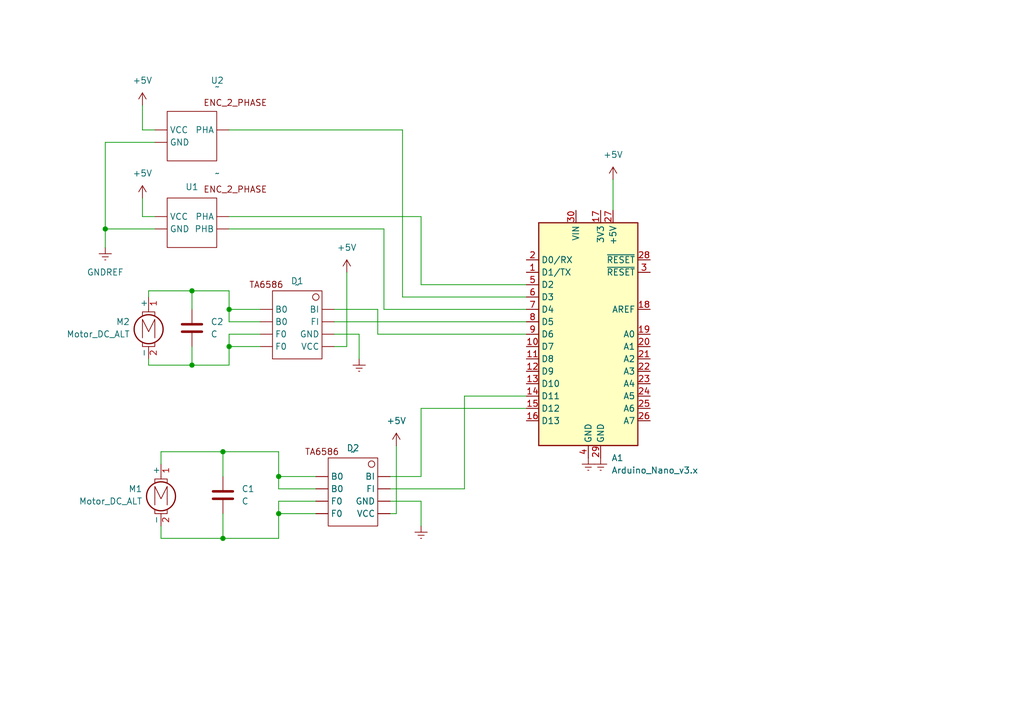
<source format=kicad_sch>
(kicad_sch
	(version 20231120)
	(generator "eeschema")
	(generator_version "8.0")
	(uuid "6c715ecb-b264-42af-899a-24a97616bc0b")
	(paper "A5")
	(title_block
		(title "Принципиальная схема устройства")
		(date "2025-02-02")
		(rev "1")
		(company "ГАОУ Школа №548")
		(comment 2 "Россихин Т.А.")
		(comment 3 "Бочарова Ю.В.")
	)
	(lib_symbols
		(symbol "Device:C"
			(pin_numbers hide)
			(pin_names
				(offset 0.254)
			)
			(exclude_from_sim no)
			(in_bom yes)
			(on_board yes)
			(property "Reference" "C"
				(at 0.635 2.54 0)
				(effects
					(font
						(size 1.27 1.27)
					)
					(justify left)
				)
			)
			(property "Value" "C"
				(at 0.635 -2.54 0)
				(effects
					(font
						(size 1.27 1.27)
					)
					(justify left)
				)
			)
			(property "Footprint" ""
				(at 0.9652 -3.81 0)
				(effects
					(font
						(size 1.27 1.27)
					)
					(hide yes)
				)
			)
			(property "Datasheet" "~"
				(at 0 0 0)
				(effects
					(font
						(size 1.27 1.27)
					)
					(hide yes)
				)
			)
			(property "Description" "Unpolarized capacitor"
				(at 0 0 0)
				(effects
					(font
						(size 1.27 1.27)
					)
					(hide yes)
				)
			)
			(property "ki_keywords" "cap capacitor"
				(at 0 0 0)
				(effects
					(font
						(size 1.27 1.27)
					)
					(hide yes)
				)
			)
			(property "ki_fp_filters" "C_*"
				(at 0 0 0)
				(effects
					(font
						(size 1.27 1.27)
					)
					(hide yes)
				)
			)
			(symbol "C_0_1"
				(polyline
					(pts
						(xy -2.032 -0.762) (xy 2.032 -0.762)
					)
					(stroke
						(width 0.508)
						(type default)
					)
					(fill
						(type none)
					)
				)
				(polyline
					(pts
						(xy -2.032 0.762) (xy 2.032 0.762)
					)
					(stroke
						(width 0.508)
						(type default)
					)
					(fill
						(type none)
					)
				)
			)
			(symbol "C_1_1"
				(pin passive line
					(at 0 3.81 270)
					(length 2.794)
					(name "~"
						(effects
							(font
								(size 1.27 1.27)
							)
						)
					)
					(number "1"
						(effects
							(font
								(size 1.27 1.27)
							)
						)
					)
				)
				(pin passive line
					(at 0 -3.81 90)
					(length 2.794)
					(name "~"
						(effects
							(font
								(size 1.27 1.27)
							)
						)
					)
					(number "2"
						(effects
							(font
								(size 1.27 1.27)
							)
						)
					)
				)
			)
		)
		(symbol "MCU_Module:Arduino_Nano_v3.x"
			(exclude_from_sim no)
			(in_bom yes)
			(on_board yes)
			(property "Reference" "A"
				(at -10.16 23.495 0)
				(effects
					(font
						(size 1.27 1.27)
					)
					(justify left bottom)
				)
			)
			(property "Value" "Arduino_Nano_v3.x"
				(at 5.08 -24.13 0)
				(effects
					(font
						(size 1.27 1.27)
					)
					(justify left top)
				)
			)
			(property "Footprint" "Module:Arduino_Nano"
				(at 0 0 0)
				(effects
					(font
						(size 1.27 1.27)
						(italic yes)
					)
					(hide yes)
				)
			)
			(property "Datasheet" "http://www.mouser.com/pdfdocs/Gravitech_Arduino_Nano3_0.pdf"
				(at 0 0 0)
				(effects
					(font
						(size 1.27 1.27)
					)
					(hide yes)
				)
			)
			(property "Description" "Arduino Nano v3.x"
				(at 0 0 0)
				(effects
					(font
						(size 1.27 1.27)
					)
					(hide yes)
				)
			)
			(property "ki_keywords" "Arduino nano microcontroller module USB"
				(at 0 0 0)
				(effects
					(font
						(size 1.27 1.27)
					)
					(hide yes)
				)
			)
			(property "ki_fp_filters" "Arduino*Nano*"
				(at 0 0 0)
				(effects
					(font
						(size 1.27 1.27)
					)
					(hide yes)
				)
			)
			(symbol "Arduino_Nano_v3.x_0_1"
				(rectangle
					(start -10.16 22.86)
					(end 10.16 -22.86)
					(stroke
						(width 0.254)
						(type default)
					)
					(fill
						(type background)
					)
				)
			)
			(symbol "Arduino_Nano_v3.x_1_1"
				(pin bidirectional line
					(at -12.7 12.7 0)
					(length 2.54)
					(name "D1/TX"
						(effects
							(font
								(size 1.27 1.27)
							)
						)
					)
					(number "1"
						(effects
							(font
								(size 1.27 1.27)
							)
						)
					)
				)
				(pin bidirectional line
					(at -12.7 -2.54 0)
					(length 2.54)
					(name "D7"
						(effects
							(font
								(size 1.27 1.27)
							)
						)
					)
					(number "10"
						(effects
							(font
								(size 1.27 1.27)
							)
						)
					)
				)
				(pin bidirectional line
					(at -12.7 -5.08 0)
					(length 2.54)
					(name "D8"
						(effects
							(font
								(size 1.27 1.27)
							)
						)
					)
					(number "11"
						(effects
							(font
								(size 1.27 1.27)
							)
						)
					)
				)
				(pin bidirectional line
					(at -12.7 -7.62 0)
					(length 2.54)
					(name "D9"
						(effects
							(font
								(size 1.27 1.27)
							)
						)
					)
					(number "12"
						(effects
							(font
								(size 1.27 1.27)
							)
						)
					)
				)
				(pin bidirectional line
					(at -12.7 -10.16 0)
					(length 2.54)
					(name "D10"
						(effects
							(font
								(size 1.27 1.27)
							)
						)
					)
					(number "13"
						(effects
							(font
								(size 1.27 1.27)
							)
						)
					)
				)
				(pin bidirectional line
					(at -12.7 -12.7 0)
					(length 2.54)
					(name "D11"
						(effects
							(font
								(size 1.27 1.27)
							)
						)
					)
					(number "14"
						(effects
							(font
								(size 1.27 1.27)
							)
						)
					)
				)
				(pin bidirectional line
					(at -12.7 -15.24 0)
					(length 2.54)
					(name "D12"
						(effects
							(font
								(size 1.27 1.27)
							)
						)
					)
					(number "15"
						(effects
							(font
								(size 1.27 1.27)
							)
						)
					)
				)
				(pin bidirectional line
					(at -12.7 -17.78 0)
					(length 2.54)
					(name "D13"
						(effects
							(font
								(size 1.27 1.27)
							)
						)
					)
					(number "16"
						(effects
							(font
								(size 1.27 1.27)
							)
						)
					)
				)
				(pin power_out line
					(at 2.54 25.4 270)
					(length 2.54)
					(name "3V3"
						(effects
							(font
								(size 1.27 1.27)
							)
						)
					)
					(number "17"
						(effects
							(font
								(size 1.27 1.27)
							)
						)
					)
				)
				(pin input line
					(at 12.7 5.08 180)
					(length 2.54)
					(name "AREF"
						(effects
							(font
								(size 1.27 1.27)
							)
						)
					)
					(number "18"
						(effects
							(font
								(size 1.27 1.27)
							)
						)
					)
				)
				(pin bidirectional line
					(at 12.7 0 180)
					(length 2.54)
					(name "A0"
						(effects
							(font
								(size 1.27 1.27)
							)
						)
					)
					(number "19"
						(effects
							(font
								(size 1.27 1.27)
							)
						)
					)
				)
				(pin bidirectional line
					(at -12.7 15.24 0)
					(length 2.54)
					(name "D0/RX"
						(effects
							(font
								(size 1.27 1.27)
							)
						)
					)
					(number "2"
						(effects
							(font
								(size 1.27 1.27)
							)
						)
					)
				)
				(pin bidirectional line
					(at 12.7 -2.54 180)
					(length 2.54)
					(name "A1"
						(effects
							(font
								(size 1.27 1.27)
							)
						)
					)
					(number "20"
						(effects
							(font
								(size 1.27 1.27)
							)
						)
					)
				)
				(pin bidirectional line
					(at 12.7 -5.08 180)
					(length 2.54)
					(name "A2"
						(effects
							(font
								(size 1.27 1.27)
							)
						)
					)
					(number "21"
						(effects
							(font
								(size 1.27 1.27)
							)
						)
					)
				)
				(pin bidirectional line
					(at 12.7 -7.62 180)
					(length 2.54)
					(name "A3"
						(effects
							(font
								(size 1.27 1.27)
							)
						)
					)
					(number "22"
						(effects
							(font
								(size 1.27 1.27)
							)
						)
					)
				)
				(pin bidirectional line
					(at 12.7 -10.16 180)
					(length 2.54)
					(name "A4"
						(effects
							(font
								(size 1.27 1.27)
							)
						)
					)
					(number "23"
						(effects
							(font
								(size 1.27 1.27)
							)
						)
					)
				)
				(pin bidirectional line
					(at 12.7 -12.7 180)
					(length 2.54)
					(name "A5"
						(effects
							(font
								(size 1.27 1.27)
							)
						)
					)
					(number "24"
						(effects
							(font
								(size 1.27 1.27)
							)
						)
					)
				)
				(pin bidirectional line
					(at 12.7 -15.24 180)
					(length 2.54)
					(name "A6"
						(effects
							(font
								(size 1.27 1.27)
							)
						)
					)
					(number "25"
						(effects
							(font
								(size 1.27 1.27)
							)
						)
					)
				)
				(pin bidirectional line
					(at 12.7 -17.78 180)
					(length 2.54)
					(name "A7"
						(effects
							(font
								(size 1.27 1.27)
							)
						)
					)
					(number "26"
						(effects
							(font
								(size 1.27 1.27)
							)
						)
					)
				)
				(pin power_out line
					(at 5.08 25.4 270)
					(length 2.54)
					(name "+5V"
						(effects
							(font
								(size 1.27 1.27)
							)
						)
					)
					(number "27"
						(effects
							(font
								(size 1.27 1.27)
							)
						)
					)
				)
				(pin input line
					(at 12.7 15.24 180)
					(length 2.54)
					(name "~{RESET}"
						(effects
							(font
								(size 1.27 1.27)
							)
						)
					)
					(number "28"
						(effects
							(font
								(size 1.27 1.27)
							)
						)
					)
				)
				(pin power_in line
					(at 2.54 -25.4 90)
					(length 2.54)
					(name "GND"
						(effects
							(font
								(size 1.27 1.27)
							)
						)
					)
					(number "29"
						(effects
							(font
								(size 1.27 1.27)
							)
						)
					)
				)
				(pin input line
					(at 12.7 12.7 180)
					(length 2.54)
					(name "~{RESET}"
						(effects
							(font
								(size 1.27 1.27)
							)
						)
					)
					(number "3"
						(effects
							(font
								(size 1.27 1.27)
							)
						)
					)
				)
				(pin power_in line
					(at -2.54 25.4 270)
					(length 2.54)
					(name "VIN"
						(effects
							(font
								(size 1.27 1.27)
							)
						)
					)
					(number "30"
						(effects
							(font
								(size 1.27 1.27)
							)
						)
					)
				)
				(pin power_in line
					(at 0 -25.4 90)
					(length 2.54)
					(name "GND"
						(effects
							(font
								(size 1.27 1.27)
							)
						)
					)
					(number "4"
						(effects
							(font
								(size 1.27 1.27)
							)
						)
					)
				)
				(pin bidirectional line
					(at -12.7 10.16 0)
					(length 2.54)
					(name "D2"
						(effects
							(font
								(size 1.27 1.27)
							)
						)
					)
					(number "5"
						(effects
							(font
								(size 1.27 1.27)
							)
						)
					)
				)
				(pin bidirectional line
					(at -12.7 7.62 0)
					(length 2.54)
					(name "D3"
						(effects
							(font
								(size 1.27 1.27)
							)
						)
					)
					(number "6"
						(effects
							(font
								(size 1.27 1.27)
							)
						)
					)
				)
				(pin bidirectional line
					(at -12.7 5.08 0)
					(length 2.54)
					(name "D4"
						(effects
							(font
								(size 1.27 1.27)
							)
						)
					)
					(number "7"
						(effects
							(font
								(size 1.27 1.27)
							)
						)
					)
				)
				(pin bidirectional line
					(at -12.7 2.54 0)
					(length 2.54)
					(name "D5"
						(effects
							(font
								(size 1.27 1.27)
							)
						)
					)
					(number "8"
						(effects
							(font
								(size 1.27 1.27)
							)
						)
					)
				)
				(pin bidirectional line
					(at -12.7 0 0)
					(length 2.54)
					(name "D6"
						(effects
							(font
								(size 1.27 1.27)
							)
						)
					)
					(number "9"
						(effects
							(font
								(size 1.27 1.27)
							)
						)
					)
				)
			)
		)
		(symbol "Motor:Motor_DC_ALT"
			(pin_names
				(offset 0)
			)
			(exclude_from_sim no)
			(in_bom yes)
			(on_board yes)
			(property "Reference" "M"
				(at 2.54 2.54 0)
				(effects
					(font
						(size 1.27 1.27)
					)
					(justify left)
				)
			)
			(property "Value" "Motor_DC_ALT"
				(at 2.54 -5.08 0)
				(effects
					(font
						(size 1.27 1.27)
					)
					(justify left top)
				)
			)
			(property "Footprint" ""
				(at 0 -2.286 0)
				(effects
					(font
						(size 1.27 1.27)
					)
					(hide yes)
				)
			)
			(property "Datasheet" "~"
				(at 0 -2.286 0)
				(effects
					(font
						(size 1.27 1.27)
					)
					(hide yes)
				)
			)
			(property "Description" "DC Motor, alternative symbol"
				(at 0 0 0)
				(effects
					(font
						(size 1.27 1.27)
					)
					(hide yes)
				)
			)
			(property "ki_keywords" "DC Motor"
				(at 0 0 0)
				(effects
					(font
						(size 1.27 1.27)
					)
					(hide yes)
				)
			)
			(property "ki_fp_filters" "PinHeader*P2.54mm* TerminalBlock*"
				(at 0 0 0)
				(effects
					(font
						(size 1.27 1.27)
					)
					(hide yes)
				)
			)
			(symbol "Motor_DC_ALT_0_0"
				(circle
					(center 0 -1.524)
					(radius 2.9718)
					(stroke
						(width 0.254)
						(type default)
					)
					(fill
						(type none)
					)
				)
				(polyline
					(pts
						(xy -1.27 -4.318) (xy -1.27 -5.08) (xy 1.27 -5.08) (xy 1.27 -4.318)
					)
					(stroke
						(width 0)
						(type default)
					)
					(fill
						(type none)
					)
				)
				(polyline
					(pts
						(xy -1.27 1.27) (xy -1.27 2.032) (xy 1.27 2.032) (xy 1.27 1.27)
					)
					(stroke
						(width 0)
						(type default)
					)
					(fill
						(type none)
					)
				)
				(polyline
					(pts
						(xy -1.27 -3.302) (xy -1.27 0.508) (xy 0 -2.032) (xy 1.27 0.508) (xy 1.27 -3.302)
					)
					(stroke
						(width 0)
						(type default)
					)
					(fill
						(type none)
					)
				)
			)
			(symbol "Motor_DC_ALT_0_1"
				(polyline
					(pts
						(xy 0 2.032) (xy 0 2.54)
					)
					(stroke
						(width 0)
						(type default)
					)
					(fill
						(type none)
					)
				)
			)
			(symbol "Motor_DC_ALT_1_1"
				(pin passive line
					(at 0 5.08 270)
					(length 2.54)
					(name "+"
						(effects
							(font
								(size 1.27 1.27)
							)
						)
					)
					(number "1"
						(effects
							(font
								(size 1.27 1.27)
							)
						)
					)
				)
				(pin passive line
					(at 0 -7.62 90)
					(length 2.54)
					(name "-"
						(effects
							(font
								(size 1.27 1.27)
							)
						)
					)
					(number "2"
						(effects
							(font
								(size 1.27 1.27)
							)
						)
					)
				)
			)
		)
		(symbol "my_library_symbols:encoder_1_phase"
			(exclude_from_sim no)
			(in_bom yes)
			(on_board yes)
			(property "Reference" "U"
				(at 0 8.128 0)
				(effects
					(font
						(size 1.27 1.27)
					)
				)
			)
			(property "Value" ""
				(at 0 8.128 0)
				(effects
					(font
						(size 1.27 1.27)
					)
				)
			)
			(property "Footprint" ""
				(at 0 8.128 0)
				(effects
					(font
						(size 1.27 1.27)
					)
					(hide yes)
				)
			)
			(property "Datasheet" ""
				(at 0 8.128 0)
				(effects
					(font
						(size 1.27 1.27)
					)
					(hide yes)
				)
			)
			(property "Description" ""
				(at 0 8.128 0)
				(effects
					(font
						(size 1.27 1.27)
					)
					(hide yes)
				)
			)
			(symbol "encoder_1_phase_0_1"
				(rectangle
					(start -5.08 6.35)
					(end 5.08 -3.81)
					(stroke
						(width 0)
						(type default)
					)
					(fill
						(type none)
					)
				)
			)
			(symbol "encoder_1_phase_1_1"
				(text "ENC_2_PHASE"
					(at 8.89 8.128 0)
					(effects
						(font
							(size 1.27 1.27)
						)
					)
				)
				(pin input line
					(at -7.62 0 0)
					(length 2.54)
					(name "GND"
						(effects
							(font
								(size 1.27 1.27)
							)
						)
					)
					(number ""
						(effects
							(font
								(size 1.27 1.27)
							)
						)
					)
				)
				(pin output line
					(at 7.62 2.54 180)
					(length 2.54)
					(name "PHA"
						(effects
							(font
								(size 1.27 1.27)
							)
						)
					)
					(number ""
						(effects
							(font
								(size 1.27 1.27)
							)
						)
					)
				)
				(pin input line
					(at -7.62 2.54 0)
					(length 2.54)
					(name "VCC"
						(effects
							(font
								(size 1.27 1.27)
							)
						)
					)
					(number ""
						(effects
							(font
								(size 1.27 1.27)
							)
						)
					)
				)
			)
		)
		(symbol "my_library_symbols:encoder_2_phase"
			(exclude_from_sim no)
			(in_bom yes)
			(on_board yes)
			(property "Reference" "U"
				(at 0 6.858 0)
				(effects
					(font
						(size 1.27 1.27)
					)
				)
			)
			(property "Value" ""
				(at 0 6.858 0)
				(effects
					(font
						(size 1.27 1.27)
					)
				)
			)
			(property "Footprint" ""
				(at 0 6.858 0)
				(effects
					(font
						(size 1.27 1.27)
					)
					(hide yes)
				)
			)
			(property "Datasheet" ""
				(at 0 6.858 0)
				(effects
					(font
						(size 1.27 1.27)
					)
					(hide yes)
				)
			)
			(property "Description" ""
				(at 0 6.858 0)
				(effects
					(font
						(size 1.27 1.27)
					)
					(hide yes)
				)
			)
			(symbol "encoder_2_phase_0_1"
				(rectangle
					(start -5.08 5.08)
					(end 5.08 -5.08)
					(stroke
						(width 0)
						(type default)
					)
					(fill
						(type none)
					)
				)
			)
			(symbol "encoder_2_phase_1_1"
				(text "ENC_2_PHASE"
					(at 8.89 6.858 0)
					(effects
						(font
							(size 1.27 1.27)
						)
					)
				)
				(pin input line
					(at -7.62 -1.27 0)
					(length 2.54)
					(name "GND"
						(effects
							(font
								(size 1.27 1.27)
							)
						)
					)
					(number ""
						(effects
							(font
								(size 1.27 1.27)
							)
						)
					)
				)
				(pin output line
					(at 7.62 1.27 180)
					(length 2.54)
					(name "PHA"
						(effects
							(font
								(size 1.27 1.27)
							)
						)
					)
					(number ""
						(effects
							(font
								(size 1.27 1.27)
							)
						)
					)
				)
				(pin output line
					(at 7.62 -1.27 180)
					(length 2.54)
					(name "PHB"
						(effects
							(font
								(size 1.27 1.27)
							)
						)
					)
					(number ""
						(effects
							(font
								(size 1.27 1.27)
							)
						)
					)
				)
				(pin input line
					(at -7.62 1.27 0)
					(length 2.54)
					(name "VCC"
						(effects
							(font
								(size 1.27 1.27)
							)
						)
					)
					(number ""
						(effects
							(font
								(size 1.27 1.27)
							)
						)
					)
				)
			)
		)
		(symbol "my_library_symbols:ta6586"
			(exclude_from_sim no)
			(in_bom yes)
			(on_board yes)
			(property "Reference" "D"
				(at 0 8.89 0)
				(effects
					(font
						(size 1.27 1.27)
					)
				)
			)
			(property "Value" ""
				(at 0 8.89 0)
				(effects
					(font
						(size 1.27 1.27)
					)
				)
			)
			(property "Footprint" ""
				(at 0 8.89 0)
				(effects
					(font
						(size 1.27 1.27)
					)
					(hide yes)
				)
			)
			(property "Datasheet" ""
				(at 0 8.89 0)
				(effects
					(font
						(size 1.27 1.27)
					)
					(hide yes)
				)
			)
			(property "Description" ""
				(at 0 8.89 0)
				(effects
					(font
						(size 1.27 1.27)
					)
					(hide yes)
				)
			)
			(symbol "ta6586_0_1"
				(rectangle
					(start -5.08 7.62)
					(end 5.08 -6.35)
					(stroke
						(width 0)
						(type default)
					)
					(fill
						(type none)
					)
				)
				(circle
					(center -3.81 6.35)
					(radius 0.6638)
					(stroke
						(width 0)
						(type default)
					)
					(fill
						(type none)
					)
				)
			)
			(symbol "ta6586_1_1"
				(text "TA6586"
					(at 6.35 8.89 0)
					(effects
						(font
							(size 1.27 1.27)
						)
					)
				)
				(pin output line
					(at 7.62 1.27 180)
					(length 2.54)
					(name "B0"
						(effects
							(font
								(size 1.27 1.27)
							)
						)
					)
					(number ""
						(effects
							(font
								(size 1.27 1.27)
							)
						)
					)
				)
				(pin output line
					(at 7.62 3.81 180)
					(length 2.54)
					(name "B0"
						(effects
							(font
								(size 1.27 1.27)
							)
						)
					)
					(number ""
						(effects
							(font
								(size 1.27 1.27)
							)
						)
					)
				)
				(pin input line
					(at -7.62 3.81 0)
					(length 2.54)
					(name "BI"
						(effects
							(font
								(size 1.27 1.27)
							)
						)
					)
					(number ""
						(effects
							(font
								(size 1.27 1.27)
							)
						)
					)
				)
				(pin output line
					(at 7.62 -3.81 180)
					(length 2.54)
					(name "F0"
						(effects
							(font
								(size 1.27 1.27)
							)
						)
					)
					(number ""
						(effects
							(font
								(size 1.27 1.27)
							)
						)
					)
				)
				(pin output line
					(at 7.62 -1.27 180)
					(length 2.54)
					(name "F0"
						(effects
							(font
								(size 1.27 1.27)
							)
						)
					)
					(number ""
						(effects
							(font
								(size 1.27 1.27)
							)
						)
					)
				)
				(pin input line
					(at -7.62 1.27 0)
					(length 2.54)
					(name "FI"
						(effects
							(font
								(size 1.27 1.27)
							)
						)
					)
					(number ""
						(effects
							(font
								(size 1.27 1.27)
							)
						)
					)
				)
				(pin input line
					(at -7.62 -1.27 0)
					(length 2.54)
					(name "GND"
						(effects
							(font
								(size 1.27 1.27)
							)
						)
					)
					(number ""
						(effects
							(font
								(size 1.27 1.27)
							)
						)
					)
				)
				(pin input line
					(at -7.62 -3.81 0)
					(length 2.54)
					(name "VCC"
						(effects
							(font
								(size 1.27 1.27)
							)
						)
					)
					(number ""
						(effects
							(font
								(size 1.27 1.27)
							)
						)
					)
				)
			)
		)
		(symbol "power:+5V"
			(power)
			(pin_numbers hide)
			(pin_names
				(offset 0) hide)
			(exclude_from_sim no)
			(in_bom yes)
			(on_board yes)
			(property "Reference" "#PWR"
				(at 0 -3.81 0)
				(effects
					(font
						(size 1.27 1.27)
					)
					(hide yes)
				)
			)
			(property "Value" "+5V"
				(at 0 3.556 0)
				(effects
					(font
						(size 1.27 1.27)
					)
				)
			)
			(property "Footprint" ""
				(at 0 0 0)
				(effects
					(font
						(size 1.27 1.27)
					)
					(hide yes)
				)
			)
			(property "Datasheet" ""
				(at 0 0 0)
				(effects
					(font
						(size 1.27 1.27)
					)
					(hide yes)
				)
			)
			(property "Description" "Power symbol creates a global label with name \"+5V\""
				(at 0 0 0)
				(effects
					(font
						(size 1.27 1.27)
					)
					(hide yes)
				)
			)
			(property "ki_keywords" "global power"
				(at 0 0 0)
				(effects
					(font
						(size 1.27 1.27)
					)
					(hide yes)
				)
			)
			(symbol "+5V_0_1"
				(polyline
					(pts
						(xy -0.762 1.27) (xy 0 2.54)
					)
					(stroke
						(width 0)
						(type default)
					)
					(fill
						(type none)
					)
				)
				(polyline
					(pts
						(xy 0 0) (xy 0 2.54)
					)
					(stroke
						(width 0)
						(type default)
					)
					(fill
						(type none)
					)
				)
				(polyline
					(pts
						(xy 0 2.54) (xy 0.762 1.27)
					)
					(stroke
						(width 0)
						(type default)
					)
					(fill
						(type none)
					)
				)
			)
			(symbol "+5V_1_1"
				(pin power_in line
					(at 0 0 90)
					(length 0)
					(name "~"
						(effects
							(font
								(size 1.27 1.27)
							)
						)
					)
					(number "1"
						(effects
							(font
								(size 1.27 1.27)
							)
						)
					)
				)
			)
		)
		(symbol "power:GNDREF"
			(power)
			(pin_numbers hide)
			(pin_names
				(offset 0) hide)
			(exclude_from_sim no)
			(in_bom yes)
			(on_board yes)
			(property "Reference" "#PWR"
				(at 0 -6.35 0)
				(effects
					(font
						(size 1.27 1.27)
					)
					(hide yes)
				)
			)
			(property "Value" "GNDREF"
				(at 0 -3.81 0)
				(effects
					(font
						(size 1.27 1.27)
					)
				)
			)
			(property "Footprint" ""
				(at 0 0 0)
				(effects
					(font
						(size 1.27 1.27)
					)
					(hide yes)
				)
			)
			(property "Datasheet" ""
				(at 0 0 0)
				(effects
					(font
						(size 1.27 1.27)
					)
					(hide yes)
				)
			)
			(property "Description" "Power symbol creates a global label with name \"GNDREF\" , reference supply ground"
				(at 0 0 0)
				(effects
					(font
						(size 1.27 1.27)
					)
					(hide yes)
				)
			)
			(property "ki_keywords" "global power"
				(at 0 0 0)
				(effects
					(font
						(size 1.27 1.27)
					)
					(hide yes)
				)
			)
			(symbol "GNDREF_0_1"
				(polyline
					(pts
						(xy -0.635 -1.905) (xy 0.635 -1.905)
					)
					(stroke
						(width 0)
						(type default)
					)
					(fill
						(type none)
					)
				)
				(polyline
					(pts
						(xy -0.127 -2.54) (xy 0.127 -2.54)
					)
					(stroke
						(width 0)
						(type default)
					)
					(fill
						(type none)
					)
				)
				(polyline
					(pts
						(xy 0 -1.27) (xy 0 0)
					)
					(stroke
						(width 0)
						(type default)
					)
					(fill
						(type none)
					)
				)
				(polyline
					(pts
						(xy 1.27 -1.27) (xy -1.27 -1.27)
					)
					(stroke
						(width 0)
						(type default)
					)
					(fill
						(type none)
					)
				)
			)
			(symbol "GNDREF_1_1"
				(pin power_in line
					(at 0 0 270)
					(length 0)
					(name "~"
						(effects
							(font
								(size 1.27 1.27)
							)
						)
					)
					(number "1"
						(effects
							(font
								(size 1.27 1.27)
							)
						)
					)
				)
			)
		)
	)
	(junction
		(at 57.15 97.79)
		(diameter 0)
		(color 0 0 0 0)
		(uuid "526d2949-f942-45f3-8cdd-b088ba57004c")
	)
	(junction
		(at 39.37 74.93)
		(diameter 0)
		(color 0 0 0 0)
		(uuid "634e19eb-6c16-466e-ae7e-1363cded93d2")
	)
	(junction
		(at 46.99 71.12)
		(diameter 0)
		(color 0 0 0 0)
		(uuid "647ec401-1060-409a-a487-8675beba1857")
	)
	(junction
		(at 46.99 63.5)
		(diameter 0)
		(color 0 0 0 0)
		(uuid "80c341e1-5f8a-4302-ba34-69364bfcb8d6")
	)
	(junction
		(at 21.59 46.99)
		(diameter 0)
		(color 0 0 0 0)
		(uuid "9cf0de26-cad2-4f23-a8cb-6c2de627943d")
	)
	(junction
		(at 45.72 110.49)
		(diameter 0)
		(color 0 0 0 0)
		(uuid "a7cf1691-0496-42fa-9657-3795e19f626a")
	)
	(junction
		(at 57.15 105.41)
		(diameter 0)
		(color 0 0 0 0)
		(uuid "bf889047-0f82-42a8-81c0-35a77c091c08")
	)
	(junction
		(at 45.72 92.71)
		(diameter 0)
		(color 0 0 0 0)
		(uuid "ccfa8e05-5be6-458b-a0a2-53598bfbfbe1")
	)
	(junction
		(at 39.37 59.69)
		(diameter 0)
		(color 0 0 0 0)
		(uuid "f60537b3-43b8-4d7c-b3a3-9aaefba80c51")
	)
	(wire
		(pts
			(xy 39.37 74.93) (xy 46.99 74.93)
		)
		(stroke
			(width 0)
			(type default)
		)
		(uuid "055a2e32-6856-48da-93c9-6ad73c14800f")
	)
	(wire
		(pts
			(xy 81.28 91.44) (xy 81.28 105.41)
		)
		(stroke
			(width 0)
			(type default)
		)
		(uuid "0c73454e-5be5-403c-aa45-f3f467f4892a")
	)
	(wire
		(pts
			(xy 45.72 92.71) (xy 33.02 92.71)
		)
		(stroke
			(width 0)
			(type default)
		)
		(uuid "0d3b2ac2-91c3-49ef-b13d-fa6ffc395852")
	)
	(wire
		(pts
			(xy 30.48 74.93) (xy 30.48 73.66)
		)
		(stroke
			(width 0)
			(type default)
		)
		(uuid "0d4546c1-c762-4bde-975a-ac4ff2821993")
	)
	(wire
		(pts
			(xy 21.59 29.21) (xy 21.59 46.99)
		)
		(stroke
			(width 0)
			(type default)
		)
		(uuid "0edfc7cf-4201-4474-9772-19d723c8a738")
	)
	(wire
		(pts
			(xy 45.72 110.49) (xy 33.02 110.49)
		)
		(stroke
			(width 0)
			(type default)
		)
		(uuid "144d7e00-ab1d-40ec-be60-cf9b287a4835")
	)
	(wire
		(pts
			(xy 30.48 59.69) (xy 30.48 60.96)
		)
		(stroke
			(width 0)
			(type default)
		)
		(uuid "18c8738b-8eb6-4dba-a331-88d698fe847a")
	)
	(wire
		(pts
			(xy 45.72 105.41) (xy 45.72 110.49)
		)
		(stroke
			(width 0)
			(type default)
		)
		(uuid "196a9d5b-4c3a-4077-9158-d1511647a3e0")
	)
	(wire
		(pts
			(xy 80.01 100.33) (xy 95.25 100.33)
		)
		(stroke
			(width 0)
			(type default)
		)
		(uuid "1dcd9779-3851-47ab-9bf1-9600c062472c")
	)
	(wire
		(pts
			(xy 71.12 55.88) (xy 71.12 71.12)
		)
		(stroke
			(width 0)
			(type default)
		)
		(uuid "21e7313a-2293-4ec6-a723-ed163fb7cfd9")
	)
	(wire
		(pts
			(xy 78.74 46.99) (xy 46.99 46.99)
		)
		(stroke
			(width 0)
			(type default)
		)
		(uuid "23081341-80f5-4b1c-b617-cdec275a72ab")
	)
	(wire
		(pts
			(xy 46.99 74.93) (xy 46.99 71.12)
		)
		(stroke
			(width 0)
			(type default)
		)
		(uuid "26b6dbcb-9d85-4be2-9e68-23056ebd0047")
	)
	(wire
		(pts
			(xy 39.37 71.12) (xy 39.37 74.93)
		)
		(stroke
			(width 0)
			(type default)
		)
		(uuid "285df897-cc5b-4090-910a-805b6a6c6265")
	)
	(wire
		(pts
			(xy 31.75 29.21) (xy 21.59 29.21)
		)
		(stroke
			(width 0)
			(type default)
		)
		(uuid "28762245-206f-4e17-8172-97f6605d561b")
	)
	(wire
		(pts
			(xy 46.99 68.58) (xy 46.99 71.12)
		)
		(stroke
			(width 0)
			(type default)
		)
		(uuid "2d35d520-7b06-4c08-ab27-73f9ffd0a89e")
	)
	(wire
		(pts
			(xy 107.95 63.5) (xy 78.74 63.5)
		)
		(stroke
			(width 0)
			(type default)
		)
		(uuid "301d72d4-52b5-40ac-899f-8f1771a90c13")
	)
	(wire
		(pts
			(xy 68.58 68.58) (xy 73.66 68.58)
		)
		(stroke
			(width 0)
			(type default)
		)
		(uuid "340929ad-4916-486d-a0ed-4672cefc3f0d")
	)
	(wire
		(pts
			(xy 95.25 100.33) (xy 95.25 81.28)
		)
		(stroke
			(width 0)
			(type default)
		)
		(uuid "3807eb40-6158-4dea-bf39-0990b35633af")
	)
	(wire
		(pts
			(xy 53.34 63.5) (xy 46.99 63.5)
		)
		(stroke
			(width 0)
			(type default)
		)
		(uuid "3aa1dfc1-db65-4e39-9df6-d197a46cb534")
	)
	(wire
		(pts
			(xy 68.58 63.5) (xy 77.47 63.5)
		)
		(stroke
			(width 0)
			(type default)
		)
		(uuid "3b4fe905-6f9d-4b9d-97f8-037ab64b3b22")
	)
	(wire
		(pts
			(xy 46.99 44.45) (xy 86.36 44.45)
		)
		(stroke
			(width 0)
			(type default)
		)
		(uuid "3ce4c7b3-b6d1-4bcc-8539-f39f434b45cf")
	)
	(wire
		(pts
			(xy 86.36 44.45) (xy 86.36 58.42)
		)
		(stroke
			(width 0)
			(type default)
		)
		(uuid "3ec99cf4-d30a-42f6-9977-c8904fb313fa")
	)
	(wire
		(pts
			(xy 29.21 26.67) (xy 31.75 26.67)
		)
		(stroke
			(width 0)
			(type default)
		)
		(uuid "42b52b23-9867-4889-8c48-85dcac0dcfee")
	)
	(wire
		(pts
			(xy 29.21 44.45) (xy 31.75 44.45)
		)
		(stroke
			(width 0)
			(type default)
		)
		(uuid "46bde277-d047-4793-945d-ea06493d7698")
	)
	(wire
		(pts
			(xy 57.15 102.87) (xy 57.15 105.41)
		)
		(stroke
			(width 0)
			(type default)
		)
		(uuid "48616d5a-4ebb-4562-a37f-c7268ac60a80")
	)
	(wire
		(pts
			(xy 57.15 110.49) (xy 45.72 110.49)
		)
		(stroke
			(width 0)
			(type default)
		)
		(uuid "5ea5902e-d69c-48f9-9991-c0027552f9fb")
	)
	(wire
		(pts
			(xy 64.77 102.87) (xy 57.15 102.87)
		)
		(stroke
			(width 0)
			(type default)
		)
		(uuid "5eab174d-1087-43c3-a281-d35884879c2b")
	)
	(wire
		(pts
			(xy 53.34 66.04) (xy 46.99 66.04)
		)
		(stroke
			(width 0)
			(type default)
		)
		(uuid "62356e98-5066-4b95-9b4a-5b28dede0e7a")
	)
	(wire
		(pts
			(xy 77.47 63.5) (xy 77.47 68.58)
		)
		(stroke
			(width 0)
			(type default)
		)
		(uuid "64b2fe10-2c54-4497-b769-338660d7c96e")
	)
	(wire
		(pts
			(xy 81.28 105.41) (xy 80.01 105.41)
		)
		(stroke
			(width 0)
			(type default)
		)
		(uuid "6634eaf0-72c2-462c-a136-883d2fa9a77c")
	)
	(wire
		(pts
			(xy 53.34 68.58) (xy 46.99 68.58)
		)
		(stroke
			(width 0)
			(type default)
		)
		(uuid "6bdfa174-22df-4995-a9c2-f4a365b94835")
	)
	(wire
		(pts
			(xy 30.48 59.69) (xy 39.37 59.69)
		)
		(stroke
			(width 0)
			(type default)
		)
		(uuid "6e0d3e05-f625-44a9-bd21-1df8527c8fa8")
	)
	(wire
		(pts
			(xy 57.15 105.41) (xy 57.15 110.49)
		)
		(stroke
			(width 0)
			(type default)
		)
		(uuid "6e45c509-189d-4830-b52d-b91be6e34292")
	)
	(wire
		(pts
			(xy 86.36 83.82) (xy 107.95 83.82)
		)
		(stroke
			(width 0)
			(type default)
		)
		(uuid "7300d0d4-aebc-4457-b654-29af07111678")
	)
	(wire
		(pts
			(xy 64.77 97.79) (xy 57.15 97.79)
		)
		(stroke
			(width 0)
			(type default)
		)
		(uuid "73b1560d-c194-46e7-b8a0-cc2f818ddb4b")
	)
	(wire
		(pts
			(xy 80.01 102.87) (xy 86.36 102.87)
		)
		(stroke
			(width 0)
			(type default)
		)
		(uuid "747dc790-4d55-4573-87c9-30670e50d80b")
	)
	(wire
		(pts
			(xy 21.59 46.99) (xy 21.59 50.8)
		)
		(stroke
			(width 0)
			(type default)
		)
		(uuid "7a5af748-8911-47a4-b6e1-078b1dff1ba3")
	)
	(wire
		(pts
			(xy 125.73 36.83) (xy 125.73 43.18)
		)
		(stroke
			(width 0)
			(type default)
		)
		(uuid "82327a86-661b-48d1-93c5-e40748ec32eb")
	)
	(wire
		(pts
			(xy 29.21 21.59) (xy 29.21 26.67)
		)
		(stroke
			(width 0)
			(type default)
		)
		(uuid "8809a410-a541-4b37-8109-feafb324e0c6")
	)
	(wire
		(pts
			(xy 77.47 68.58) (xy 107.95 68.58)
		)
		(stroke
			(width 0)
			(type default)
		)
		(uuid "8a5a6f5a-8ccd-46da-b129-44e27afa965b")
	)
	(wire
		(pts
			(xy 33.02 92.71) (xy 33.02 95.25)
		)
		(stroke
			(width 0)
			(type default)
		)
		(uuid "8d37ec56-5238-4573-8162-69887e9c3e15")
	)
	(wire
		(pts
			(xy 57.15 92.71) (xy 45.72 92.71)
		)
		(stroke
			(width 0)
			(type default)
		)
		(uuid "8e39f53a-15c2-451c-baa5-015b86c5730c")
	)
	(wire
		(pts
			(xy 45.72 92.71) (xy 45.72 97.79)
		)
		(stroke
			(width 0)
			(type default)
		)
		(uuid "8efd8438-19da-4b61-aadb-fa82ad040adb")
	)
	(wire
		(pts
			(xy 46.99 26.67) (xy 82.55 26.67)
		)
		(stroke
			(width 0)
			(type default)
		)
		(uuid "8f1589fc-73f0-441b-872e-0ea0b28a46f0")
	)
	(wire
		(pts
			(xy 46.99 71.12) (xy 53.34 71.12)
		)
		(stroke
			(width 0)
			(type default)
		)
		(uuid "927fc0b0-d1b5-4396-b3d1-9c398a620991")
	)
	(wire
		(pts
			(xy 64.77 100.33) (xy 57.15 100.33)
		)
		(stroke
			(width 0)
			(type default)
		)
		(uuid "9825e9e5-f687-4a09-8eb8-687e37a07b0b")
	)
	(wire
		(pts
			(xy 86.36 58.42) (xy 107.95 58.42)
		)
		(stroke
			(width 0)
			(type default)
		)
		(uuid "9a5b3e98-e055-42a4-9a99-22adda3fe453")
	)
	(wire
		(pts
			(xy 64.77 105.41) (xy 57.15 105.41)
		)
		(stroke
			(width 0)
			(type default)
		)
		(uuid "ad899286-34a7-4f44-a1c4-14627322a3bb")
	)
	(wire
		(pts
			(xy 33.02 110.49) (xy 33.02 107.95)
		)
		(stroke
			(width 0)
			(type default)
		)
		(uuid "b470df94-d6e8-48ae-ac7f-5353586f620b")
	)
	(wire
		(pts
			(xy 86.36 97.79) (xy 86.36 83.82)
		)
		(stroke
			(width 0)
			(type default)
		)
		(uuid "b54f1081-605d-4cee-97d1-f4b351c09db5")
	)
	(wire
		(pts
			(xy 71.12 71.12) (xy 68.58 71.12)
		)
		(stroke
			(width 0)
			(type default)
		)
		(uuid "b69bf59d-b722-4651-88d0-6b2611f2fd3c")
	)
	(wire
		(pts
			(xy 46.99 59.69) (xy 39.37 59.69)
		)
		(stroke
			(width 0)
			(type default)
		)
		(uuid "b94036cb-52e0-46ae-ae74-e9854a10c6b0")
	)
	(wire
		(pts
			(xy 39.37 59.69) (xy 39.37 63.5)
		)
		(stroke
			(width 0)
			(type default)
		)
		(uuid "bd29985d-4f03-42d6-9953-23c02a1ce981")
	)
	(wire
		(pts
			(xy 46.99 63.5) (xy 46.99 59.69)
		)
		(stroke
			(width 0)
			(type default)
		)
		(uuid "bd6a8c73-ab5d-44a5-9331-91301361f17f")
	)
	(wire
		(pts
			(xy 82.55 60.96) (xy 107.95 60.96)
		)
		(stroke
			(width 0)
			(type default)
		)
		(uuid "be2485c9-a8e7-4e74-b39d-c0e02edc6d2d")
	)
	(wire
		(pts
			(xy 57.15 97.79) (xy 57.15 92.71)
		)
		(stroke
			(width 0)
			(type default)
		)
		(uuid "c88895d7-e5bc-44f0-ad65-06826cdda25d")
	)
	(wire
		(pts
			(xy 82.55 26.67) (xy 82.55 60.96)
		)
		(stroke
			(width 0)
			(type default)
		)
		(uuid "d04cf29c-534e-4840-bcb4-35b56b2d481e")
	)
	(wire
		(pts
			(xy 78.74 63.5) (xy 78.74 46.99)
		)
		(stroke
			(width 0)
			(type default)
		)
		(uuid "d0bfa7fb-d131-40bd-8f12-3414c46c7cbd")
	)
	(wire
		(pts
			(xy 95.25 81.28) (xy 107.95 81.28)
		)
		(stroke
			(width 0)
			(type default)
		)
		(uuid "d397c0db-05a7-4f76-a803-3e71bdc8ea69")
	)
	(wire
		(pts
			(xy 80.01 97.79) (xy 86.36 97.79)
		)
		(stroke
			(width 0)
			(type default)
		)
		(uuid "d470d9be-9cfa-4e1b-8884-431815abcebc")
	)
	(wire
		(pts
			(xy 30.48 74.93) (xy 39.37 74.93)
		)
		(stroke
			(width 0)
			(type default)
		)
		(uuid "d5238d59-c0e3-4957-86e1-614a9672e291")
	)
	(wire
		(pts
			(xy 73.66 68.58) (xy 73.66 73.66)
		)
		(stroke
			(width 0)
			(type default)
		)
		(uuid "d7a7011e-13d9-4d91-b655-77c6faf843d7")
	)
	(wire
		(pts
			(xy 31.75 46.99) (xy 21.59 46.99)
		)
		(stroke
			(width 0)
			(type default)
		)
		(uuid "d88df17e-c13c-49c2-969f-73fc4c18c673")
	)
	(wire
		(pts
			(xy 86.36 102.87) (xy 86.36 107.95)
		)
		(stroke
			(width 0)
			(type default)
		)
		(uuid "dd454f26-a2d1-47e4-975f-2185756d57a8")
	)
	(wire
		(pts
			(xy 29.21 40.64) (xy 29.21 44.45)
		)
		(stroke
			(width 0)
			(type default)
		)
		(uuid "e3ec0570-17b0-47c1-8996-aa98f8fcf1e5")
	)
	(wire
		(pts
			(xy 46.99 66.04) (xy 46.99 63.5)
		)
		(stroke
			(width 0)
			(type default)
		)
		(uuid "e41a6a69-9a9f-4e6f-8475-277bd2b9dd71")
	)
	(wire
		(pts
			(xy 57.15 100.33) (xy 57.15 97.79)
		)
		(stroke
			(width 0)
			(type default)
		)
		(uuid "e4b09035-c0cd-40ed-8c28-c145d2f971ed")
	)
	(wire
		(pts
			(xy 68.58 66.04) (xy 107.95 66.04)
		)
		(stroke
			(width 0)
			(type default)
		)
		(uuid "fb014d3d-1d6b-4498-a8c9-3d9bbde99186")
	)
	(symbol
		(lib_id "power:+5V")
		(at 71.12 55.88 0)
		(unit 1)
		(exclude_from_sim no)
		(in_bom yes)
		(on_board yes)
		(dnp no)
		(fields_autoplaced yes)
		(uuid "020bba4b-fa1b-4040-9945-5d04d50266bb")
		(property "Reference" "#PWR05"
			(at 71.12 59.69 0)
			(effects
				(font
					(size 1.27 1.27)
				)
				(hide yes)
			)
		)
		(property "Value" "+5V"
			(at 71.12 50.8 0)
			(effects
				(font
					(size 1.27 1.27)
				)
			)
		)
		(property "Footprint" ""
			(at 71.12 55.88 0)
			(effects
				(font
					(size 1.27 1.27)
				)
				(hide yes)
			)
		)
		(property "Datasheet" ""
			(at 71.12 55.88 0)
			(effects
				(font
					(size 1.27 1.27)
				)
				(hide yes)
			)
		)
		(property "Description" "Power symbol creates a global label with name \"+5V\""
			(at 71.12 55.88 0)
			(effects
				(font
					(size 1.27 1.27)
				)
				(hide yes)
			)
		)
		(pin "1"
			(uuid "9269b9b7-1cbb-4ea3-a440-b0e2df307e2c")
		)
		(instances
			(project ""
				(path "/6c715ecb-b264-42af-899a-24a97616bc0b"
					(reference "#PWR05")
					(unit 1)
				)
			)
		)
	)
	(symbol
		(lib_id "Device:C")
		(at 45.72 101.6 0)
		(unit 1)
		(exclude_from_sim no)
		(in_bom yes)
		(on_board yes)
		(dnp no)
		(fields_autoplaced yes)
		(uuid "069a331e-1d97-45e4-ba0b-b1b700bbcfc2")
		(property "Reference" "C1"
			(at 49.53 100.3299 0)
			(effects
				(font
					(size 1.27 1.27)
				)
				(justify left)
			)
		)
		(property "Value" "C"
			(at 49.53 102.8699 0)
			(effects
				(font
					(size 1.27 1.27)
				)
				(justify left)
			)
		)
		(property "Footprint" ""
			(at 46.6852 105.41 0)
			(effects
				(font
					(size 1.27 1.27)
				)
				(hide yes)
			)
		)
		(property "Datasheet" "~"
			(at 45.72 101.6 0)
			(effects
				(font
					(size 1.27 1.27)
				)
				(hide yes)
			)
		)
		(property "Description" "Unpolarized capacitor"
			(at 45.72 101.6 0)
			(effects
				(font
					(size 1.27 1.27)
				)
				(hide yes)
			)
		)
		(pin "2"
			(uuid "4d67e2fe-a404-42ea-92e6-37eeaaf37072")
		)
		(pin "1"
			(uuid "4c8345ce-b3f1-4295-94bc-db6f46439977")
		)
		(instances
			(project ""
				(path "/6c715ecb-b264-42af-899a-24a97616bc0b"
					(reference "C1")
					(unit 1)
				)
			)
		)
	)
	(symbol
		(lib_id "power:+5V")
		(at 29.21 40.64 0)
		(unit 1)
		(exclude_from_sim no)
		(in_bom yes)
		(on_board yes)
		(dnp no)
		(fields_autoplaced yes)
		(uuid "1dea80a6-1698-4cc9-9bc1-aebd798d6dc0")
		(property "Reference" "#PWR09"
			(at 29.21 44.45 0)
			(effects
				(font
					(size 1.27 1.27)
				)
				(hide yes)
			)
		)
		(property "Value" "+5V"
			(at 29.21 35.56 0)
			(effects
				(font
					(size 1.27 1.27)
				)
			)
		)
		(property "Footprint" ""
			(at 29.21 40.64 0)
			(effects
				(font
					(size 1.27 1.27)
				)
				(hide yes)
			)
		)
		(property "Datasheet" ""
			(at 29.21 40.64 0)
			(effects
				(font
					(size 1.27 1.27)
				)
				(hide yes)
			)
		)
		(property "Description" "Power symbol creates a global label with name \"+5V\""
			(at 29.21 40.64 0)
			(effects
				(font
					(size 1.27 1.27)
				)
				(hide yes)
			)
		)
		(pin "1"
			(uuid "d2110cd0-e3f6-409e-97ed-f4b423f507ad")
		)
		(instances
			(project "abc"
				(path "/6c715ecb-b264-42af-899a-24a97616bc0b"
					(reference "#PWR09")
					(unit 1)
				)
			)
		)
	)
	(symbol
		(lib_id "power:GNDREF")
		(at 21.59 50.8 0)
		(unit 1)
		(exclude_from_sim no)
		(in_bom yes)
		(on_board yes)
		(dnp no)
		(fields_autoplaced yes)
		(uuid "30350321-1614-4409-a55b-ec4391fddeeb")
		(property "Reference" "#PWR011"
			(at 21.59 57.15 0)
			(effects
				(font
					(size 1.27 1.27)
				)
				(hide yes)
			)
		)
		(property "Value" "GNDREF"
			(at 21.59 55.88 0)
			(effects
				(font
					(size 1.27 1.27)
				)
			)
		)
		(property "Footprint" ""
			(at 21.59 50.8 0)
			(effects
				(font
					(size 1.27 1.27)
				)
				(hide yes)
			)
		)
		(property "Datasheet" ""
			(at 21.59 50.8 0)
			(effects
				(font
					(size 1.27 1.27)
				)
				(hide yes)
			)
		)
		(property "Description" "Power symbol creates a global label with name \"GNDREF\" , reference supply ground"
			(at 21.59 50.8 0)
			(effects
				(font
					(size 1.27 1.27)
				)
				(hide yes)
			)
		)
		(pin "1"
			(uuid "b3797663-6a91-416a-b7b4-04176b7c02bf")
		)
		(instances
			(project "abc"
				(path "/6c715ecb-b264-42af-899a-24a97616bc0b"
					(reference "#PWR011")
					(unit 1)
				)
			)
		)
	)
	(symbol
		(lib_id "my_library_symbols:encoder_1_phase")
		(at 39.37 29.21 0)
		(unit 1)
		(exclude_from_sim no)
		(in_bom yes)
		(on_board yes)
		(dnp no)
		(fields_autoplaced yes)
		(uuid "381ca174-95d0-406f-9bb8-67e034daea8b")
		(property "Reference" "U2"
			(at 44.566 16.51 0)
			(effects
				(font
					(size 1.27 1.27)
				)
			)
		)
		(property "Value" "~"
			(at 44.566 17.78 0)
			(effects
				(font
					(size 1.27 1.27)
				)
			)
		)
		(property "Footprint" ""
			(at 39.37 21.082 0)
			(effects
				(font
					(size 1.27 1.27)
				)
				(hide yes)
			)
		)
		(property "Datasheet" ""
			(at 39.37 21.082 0)
			(effects
				(font
					(size 1.27 1.27)
				)
				(hide yes)
			)
		)
		(property "Description" ""
			(at 39.37 21.082 0)
			(effects
				(font
					(size 1.27 1.27)
				)
				(hide yes)
			)
		)
		(pin ""
			(uuid "a784aab5-3ab4-47aa-be07-e264cebaff49")
		)
		(pin ""
			(uuid "bc284a56-c19b-469b-ac15-5f15b2afd639")
		)
		(pin ""
			(uuid "28379369-f914-4d59-9f17-a256d9358e16")
		)
		(instances
			(project ""
				(path "/6c715ecb-b264-42af-899a-24a97616bc0b"
					(reference "U2")
					(unit 1)
				)
			)
		)
	)
	(symbol
		(lib_id "power:GNDREF")
		(at 86.36 107.95 0)
		(unit 1)
		(exclude_from_sim no)
		(in_bom yes)
		(on_board yes)
		(dnp no)
		(fields_autoplaced yes)
		(uuid "718d04e1-c12e-4f9b-b182-0d0c3b0cd7a6")
		(property "Reference" "#PWR03"
			(at 86.36 114.3 0)
			(effects
				(font
					(size 1.27 1.27)
				)
				(hide yes)
			)
		)
		(property "Value" "GNDREF"
			(at 86.36 113.03 0)
			(effects
				(font
					(size 1.27 1.27)
				)
				(hide yes)
			)
		)
		(property "Footprint" ""
			(at 86.36 107.95 0)
			(effects
				(font
					(size 1.27 1.27)
				)
				(hide yes)
			)
		)
		(property "Datasheet" ""
			(at 86.36 107.95 0)
			(effects
				(font
					(size 1.27 1.27)
				)
				(hide yes)
			)
		)
		(property "Description" "Power symbol creates a global label with name \"GNDREF\" , reference supply ground"
			(at 86.36 107.95 0)
			(effects
				(font
					(size 1.27 1.27)
				)
				(hide yes)
			)
		)
		(pin "1"
			(uuid "b9ecff80-c216-4555-ac6b-e4e339095d1b")
		)
		(instances
			(project ""
				(path "/6c715ecb-b264-42af-899a-24a97616bc0b"
					(reference "#PWR03")
					(unit 1)
				)
			)
		)
	)
	(symbol
		(lib_id "power:GNDREF")
		(at 73.66 73.66 0)
		(unit 1)
		(exclude_from_sim no)
		(in_bom yes)
		(on_board yes)
		(dnp no)
		(fields_autoplaced yes)
		(uuid "72f9e401-94bc-47c6-b07d-938c98fad54f")
		(property "Reference" "#PWR04"
			(at 73.66 80.01 0)
			(effects
				(font
					(size 1.27 1.27)
				)
				(hide yes)
			)
		)
		(property "Value" "GNDREF"
			(at 73.66 78.74 0)
			(effects
				(font
					(size 1.27 1.27)
				)
				(hide yes)
			)
		)
		(property "Footprint" ""
			(at 73.66 73.66 0)
			(effects
				(font
					(size 1.27 1.27)
				)
				(hide yes)
			)
		)
		(property "Datasheet" ""
			(at 73.66 73.66 0)
			(effects
				(font
					(size 1.27 1.27)
				)
				(hide yes)
			)
		)
		(property "Description" "Power symbol creates a global label with name \"GNDREF\" , reference supply ground"
			(at 73.66 73.66 0)
			(effects
				(font
					(size 1.27 1.27)
				)
				(hide yes)
			)
		)
		(pin "1"
			(uuid "c074062f-3fc5-41dc-91bc-70695f2c5d3c")
		)
		(instances
			(project ""
				(path "/6c715ecb-b264-42af-899a-24a97616bc0b"
					(reference "#PWR04")
					(unit 1)
				)
			)
		)
	)
	(symbol
		(lib_id "power:+5V")
		(at 125.73 36.83 0)
		(unit 1)
		(exclude_from_sim no)
		(in_bom yes)
		(on_board yes)
		(dnp no)
		(fields_autoplaced yes)
		(uuid "77605201-7c13-4088-96c4-c7c8f9307771")
		(property "Reference" "#PWR07"
			(at 125.73 40.64 0)
			(effects
				(font
					(size 1.27 1.27)
				)
				(hide yes)
			)
		)
		(property "Value" "+5V"
			(at 125.73 31.75 0)
			(effects
				(font
					(size 1.27 1.27)
				)
			)
		)
		(property "Footprint" ""
			(at 125.73 36.83 0)
			(effects
				(font
					(size 1.27 1.27)
				)
				(hide yes)
			)
		)
		(property "Datasheet" ""
			(at 125.73 36.83 0)
			(effects
				(font
					(size 1.27 1.27)
				)
				(hide yes)
			)
		)
		(property "Description" "Power symbol creates a global label with name \"+5V\""
			(at 125.73 36.83 0)
			(effects
				(font
					(size 1.27 1.27)
				)
				(hide yes)
			)
		)
		(pin "1"
			(uuid "8b50a793-ef86-4f5b-95df-fb407b5dc7f2")
		)
		(instances
			(project ""
				(path "/6c715ecb-b264-42af-899a-24a97616bc0b"
					(reference "#PWR07")
					(unit 1)
				)
			)
		)
	)
	(symbol
		(lib_name "my_library_symbols:ta6586")
		(lib_id "my_library_symbols:ta6586")
		(at 72.39 101.6 0)
		(mirror y)
		(unit 1)
		(exclude_from_sim no)
		(in_bom yes)
		(on_board yes)
		(dnp no)
		(uuid "8ba5b200-d1ea-4599-a0ee-3abcd5b0ebf7")
		(property "Reference" "D2"
			(at 72.39 91.948 0)
			(effects
				(font
					(size 1.27 1.27)
				)
			)
		)
		(property "Value" "~"
			(at 72.39 92.71 0)
			(effects
				(font
					(size 1.27 1.27)
				)
			)
		)
		(property "Footprint" ""
			(at 72.39 92.71 0)
			(effects
				(font
					(size 1.27 1.27)
				)
				(hide yes)
			)
		)
		(property "Datasheet" ""
			(at 72.39 92.71 0)
			(effects
				(font
					(size 1.27 1.27)
				)
				(hide yes)
			)
		)
		(property "Description" ""
			(at 72.39 92.71 0)
			(effects
				(font
					(size 1.27 1.27)
				)
				(hide yes)
			)
		)
		(pin ""
			(uuid "57eb38c8-4ac3-4cf6-9235-e8a917444ccd")
		)
		(pin ""
			(uuid "20609951-1b35-440b-85a9-976e2c542b0f")
		)
		(pin ""
			(uuid "533e9e5d-0b14-4e69-bb4a-61c9b8f1fc1d")
		)
		(pin ""
			(uuid "bbcb8bdf-3130-4720-b096-d72a6dd0a1cd")
		)
		(pin ""
			(uuid "f42a49d7-81d4-4c53-964d-10147fd1f917")
		)
		(pin ""
			(uuid "17fe5d8f-f729-4894-b39a-07f3e4447746")
		)
		(pin ""
			(uuid "4ee7b8ef-9993-45ff-a5cd-b7032f35f542")
		)
		(pin ""
			(uuid "8545005c-ff36-49a2-8924-64c510b5d40a")
		)
		(instances
			(project "abc"
				(path "/6c715ecb-b264-42af-899a-24a97616bc0b"
					(reference "D2")
					(unit 1)
				)
			)
		)
	)
	(symbol
		(lib_id "Motor:Motor_DC_ALT")
		(at 33.02 100.33 0)
		(mirror y)
		(unit 1)
		(exclude_from_sim no)
		(in_bom yes)
		(on_board yes)
		(dnp no)
		(uuid "95660d40-4d53-4390-8d1b-ca5e0dcb82e2")
		(property "Reference" "M1"
			(at 29.21 100.3299 0)
			(effects
				(font
					(size 1.27 1.27)
				)
				(justify left)
			)
		)
		(property "Value" "Motor_DC_ALT"
			(at 29.21 102.8699 0)
			(effects
				(font
					(size 1.27 1.27)
				)
				(justify left)
			)
		)
		(property "Footprint" ""
			(at 33.02 102.616 0)
			(effects
				(font
					(size 1.27 1.27)
				)
				(hide yes)
			)
		)
		(property "Datasheet" "~"
			(at 33.02 102.616 0)
			(effects
				(font
					(size 1.27 1.27)
				)
				(hide yes)
			)
		)
		(property "Description" "DC Motor, alternative symbol"
			(at 33.02 100.33 0)
			(effects
				(font
					(size 1.27 1.27)
				)
				(hide yes)
			)
		)
		(pin "1"
			(uuid "1241163c-66fa-45ba-ab0d-8c11e99e94e8")
		)
		(pin "2"
			(uuid "636a58ef-97f2-48fb-a88e-f9d01ac57d17")
		)
		(instances
			(project ""
				(path "/6c715ecb-b264-42af-899a-24a97616bc0b"
					(reference "M1")
					(unit 1)
				)
			)
		)
	)
	(symbol
		(lib_id "power:+5V")
		(at 29.21 21.59 0)
		(unit 1)
		(exclude_from_sim no)
		(in_bom yes)
		(on_board yes)
		(dnp no)
		(fields_autoplaced yes)
		(uuid "acf1d773-71aa-4bdc-8ca0-1f55f932ebfe")
		(property "Reference" "#PWR08"
			(at 29.21 25.4 0)
			(effects
				(font
					(size 1.27 1.27)
				)
				(hide yes)
			)
		)
		(property "Value" "+5V"
			(at 29.21 16.51 0)
			(effects
				(font
					(size 1.27 1.27)
				)
			)
		)
		(property "Footprint" ""
			(at 29.21 21.59 0)
			(effects
				(font
					(size 1.27 1.27)
				)
				(hide yes)
			)
		)
		(property "Datasheet" ""
			(at 29.21 21.59 0)
			(effects
				(font
					(size 1.27 1.27)
				)
				(hide yes)
			)
		)
		(property "Description" "Power symbol creates a global label with name \"+5V\""
			(at 29.21 21.59 0)
			(effects
				(font
					(size 1.27 1.27)
				)
				(hide yes)
			)
		)
		(pin "1"
			(uuid "5f080304-6c85-4466-878f-c3b054c87003")
		)
		(instances
			(project ""
				(path "/6c715ecb-b264-42af-899a-24a97616bc0b"
					(reference "#PWR08")
					(unit 1)
				)
			)
		)
	)
	(symbol
		(lib_name "my_library_symbols:ta6586")
		(lib_id "my_library_symbols:ta6586")
		(at 60.96 67.31 0)
		(mirror y)
		(unit 1)
		(exclude_from_sim no)
		(in_bom yes)
		(on_board yes)
		(dnp no)
		(uuid "b4b1471e-6d0a-4710-8a92-1ee2fa6000ba")
		(property "Reference" "D1"
			(at 60.96 57.658 0)
			(effects
				(font
					(size 1.27 1.27)
				)
			)
		)
		(property "Value" "~"
			(at 60.96 58.42 0)
			(effects
				(font
					(size 1.27 1.27)
				)
			)
		)
		(property "Footprint" ""
			(at 60.96 58.42 0)
			(effects
				(font
					(size 1.27 1.27)
				)
				(hide yes)
			)
		)
		(property "Datasheet" ""
			(at 60.96 58.42 0)
			(effects
				(font
					(size 1.27 1.27)
				)
				(hide yes)
			)
		)
		(property "Description" ""
			(at 60.96 58.42 0)
			(effects
				(font
					(size 1.27 1.27)
				)
				(hide yes)
			)
		)
		(pin ""
			(uuid "192e56fa-f2e2-4c38-ac25-d72b6b6fd51a")
		)
		(pin ""
			(uuid "eeebd463-eeaf-4c51-9dea-f75f213e1ea6")
		)
		(pin ""
			(uuid "da6416cf-4418-4e36-8e90-b81348039994")
		)
		(pin ""
			(uuid "0786e73b-9d03-48fd-a214-e1b83b40ad56")
		)
		(pin ""
			(uuid "212ff941-b2bc-4456-9e5e-cb6002369260")
		)
		(pin ""
			(uuid "a99a7745-2d67-4dae-8f0e-40bdc9bacae0")
		)
		(pin ""
			(uuid "51df2a18-460f-4f46-bead-5e8a7d8674f0")
		)
		(pin ""
			(uuid "056bd465-887b-4754-b4fa-bffa2f36f1ba")
		)
		(instances
			(project ""
				(path "/6c715ecb-b264-42af-899a-24a97616bc0b"
					(reference "D1")
					(unit 1)
				)
			)
		)
	)
	(symbol
		(lib_id "power:+5V")
		(at 81.28 91.44 0)
		(unit 1)
		(exclude_from_sim no)
		(in_bom yes)
		(on_board yes)
		(dnp no)
		(fields_autoplaced yes)
		(uuid "b7824563-61f9-421b-82e0-9f9a89e64c2a")
		(property "Reference" "#PWR06"
			(at 81.28 95.25 0)
			(effects
				(font
					(size 1.27 1.27)
				)
				(hide yes)
			)
		)
		(property "Value" "+5V"
			(at 81.28 86.36 0)
			(effects
				(font
					(size 1.27 1.27)
				)
			)
		)
		(property "Footprint" ""
			(at 81.28 91.44 0)
			(effects
				(font
					(size 1.27 1.27)
				)
				(hide yes)
			)
		)
		(property "Datasheet" ""
			(at 81.28 91.44 0)
			(effects
				(font
					(size 1.27 1.27)
				)
				(hide yes)
			)
		)
		(property "Description" "Power symbol creates a global label with name \"+5V\""
			(at 81.28 91.44 0)
			(effects
				(font
					(size 1.27 1.27)
				)
				(hide yes)
			)
		)
		(pin "1"
			(uuid "acb016ab-4227-4ad5-8c56-fd605a640303")
		)
		(instances
			(project ""
				(path "/6c715ecb-b264-42af-899a-24a97616bc0b"
					(reference "#PWR06")
					(unit 1)
				)
			)
		)
	)
	(symbol
		(lib_id "Motor:Motor_DC_ALT")
		(at 30.48 66.04 0)
		(mirror y)
		(unit 1)
		(exclude_from_sim no)
		(in_bom yes)
		(on_board yes)
		(dnp no)
		(uuid "d365358d-1fa9-4d0e-b57d-d6c8dbcad4ed")
		(property "Reference" "M2"
			(at 26.67 66.0399 0)
			(effects
				(font
					(size 1.27 1.27)
				)
				(justify left)
			)
		)
		(property "Value" "Motor_DC_ALT"
			(at 26.67 68.5799 0)
			(effects
				(font
					(size 1.27 1.27)
				)
				(justify left)
			)
		)
		(property "Footprint" ""
			(at 30.48 68.326 0)
			(effects
				(font
					(size 1.27 1.27)
				)
				(hide yes)
			)
		)
		(property "Datasheet" "~"
			(at 30.48 68.326 0)
			(effects
				(font
					(size 1.27 1.27)
				)
				(hide yes)
			)
		)
		(property "Description" "DC Motor, alternative symbol"
			(at 30.48 66.04 0)
			(effects
				(font
					(size 1.27 1.27)
				)
				(hide yes)
			)
		)
		(pin "2"
			(uuid "346ac0dd-7085-482b-9daa-e0b5e64643ed")
		)
		(pin "1"
			(uuid "dca8cd13-a4e5-4fc6-a1b8-6b4a22fd9b53")
		)
		(instances
			(project ""
				(path "/6c715ecb-b264-42af-899a-24a97616bc0b"
					(reference "M2")
					(unit 1)
				)
			)
		)
	)
	(symbol
		(lib_id "power:GNDREF")
		(at 120.65 93.98 0)
		(unit 1)
		(exclude_from_sim no)
		(in_bom yes)
		(on_board yes)
		(dnp no)
		(fields_autoplaced yes)
		(uuid "dfa9f71b-5a4c-45ff-8329-0ebbc60d5ea8")
		(property "Reference" "#PWR02"
			(at 120.65 100.33 0)
			(effects
				(font
					(size 1.27 1.27)
				)
				(hide yes)
			)
		)
		(property "Value" "GNDREF"
			(at 120.65 99.06 0)
			(effects
				(font
					(size 1.27 1.27)
				)
				(hide yes)
			)
		)
		(property "Footprint" ""
			(at 120.65 93.98 0)
			(effects
				(font
					(size 1.27 1.27)
				)
				(hide yes)
			)
		)
		(property "Datasheet" ""
			(at 120.65 93.98 0)
			(effects
				(font
					(size 1.27 1.27)
				)
				(hide yes)
			)
		)
		(property "Description" "Power symbol creates a global label with name \"GNDREF\" , reference supply ground"
			(at 120.65 93.98 0)
			(effects
				(font
					(size 1.27 1.27)
				)
				(hide yes)
			)
		)
		(pin "1"
			(uuid "73e692e0-73f5-43d6-a285-b28a72f557b8")
		)
		(instances
			(project "abc"
				(path "/6c715ecb-b264-42af-899a-24a97616bc0b"
					(reference "#PWR02")
					(unit 1)
				)
			)
		)
	)
	(symbol
		(lib_id "MCU_Module:Arduino_Nano_v3.x")
		(at 120.65 68.58 0)
		(unit 1)
		(exclude_from_sim no)
		(in_bom yes)
		(on_board yes)
		(dnp no)
		(fields_autoplaced yes)
		(uuid "e02cdecf-8969-4e9e-9be8-bfe5dd2c44ce")
		(property "Reference" "A1"
			(at 125.3841 93.98 0)
			(effects
				(font
					(size 1.27 1.27)
				)
				(justify left)
			)
		)
		(property "Value" "Arduino_Nano_v3.x"
			(at 125.3841 96.52 0)
			(effects
				(font
					(size 1.27 1.27)
				)
				(justify left)
			)
		)
		(property "Footprint" "Module:Arduino_Nano"
			(at 120.65 68.58 0)
			(effects
				(font
					(size 1.27 1.27)
					(italic yes)
				)
				(hide yes)
			)
		)
		(property "Datasheet" "http://www.mouser.com/pdfdocs/Gravitech_Arduino_Nano3_0.pdf"
			(at 120.65 68.58 0)
			(effects
				(font
					(size 1.27 1.27)
				)
				(hide yes)
			)
		)
		(property "Description" "Arduino Nano v3.x"
			(at 120.65 68.58 0)
			(effects
				(font
					(size 1.27 1.27)
				)
				(hide yes)
			)
		)
		(pin "11"
			(uuid "5ef8b175-ac15-4485-8228-12f757eb0796")
		)
		(pin "9"
			(uuid "8bdb55f5-591f-45ff-8f16-690aa8cd5ddd")
		)
		(pin "18"
			(uuid "5829ddfb-8276-41d1-b670-11e6cb4e5415")
		)
		(pin "22"
			(uuid "391cbfbc-5f94-42bf-aabd-f52b4309dc99")
		)
		(pin "14"
			(uuid "d596f022-a822-4b2e-96c7-92ee9a3402e9")
		)
		(pin "17"
			(uuid "075262f7-a2da-458e-a3c3-a9f0b6bd030e")
		)
		(pin "27"
			(uuid "41de908c-93ea-4fda-91fa-e6620d70d51d")
		)
		(pin "1"
			(uuid "954d9801-e4c4-4f1c-993b-f957dbcb0d4b")
		)
		(pin "2"
			(uuid "78a9b7d6-96b7-4dba-ab41-3460d8f2113a")
		)
		(pin "16"
			(uuid "654e3ed0-ac13-45d1-b28b-473f4aee0cd2")
		)
		(pin "19"
			(uuid "a9584c90-ceca-49b3-8e9b-ab2154279e20")
		)
		(pin "23"
			(uuid "1bbfde22-7dcc-4266-b1a6-363439e4eb3f")
		)
		(pin "21"
			(uuid "ee0e4920-2adb-47ee-b556-e4e0fcb72d84")
		)
		(pin "29"
			(uuid "f08f4606-6e29-4a0e-85e2-9621bfc398bd")
		)
		(pin "12"
			(uuid "e248a6ad-f57e-4f40-bfbb-75240be46d97")
		)
		(pin "30"
			(uuid "a3f8b840-abd2-4fe1-bff1-6e85f43535f9")
		)
		(pin "20"
			(uuid "c97c4ff9-ee3c-4443-a193-3ff9e243091e")
		)
		(pin "4"
			(uuid "3e6b454e-fcf2-45b4-a219-8d9798eada31")
		)
		(pin "7"
			(uuid "5932a2e5-6e13-400a-a584-2ce2e665e646")
		)
		(pin "24"
			(uuid "cca55397-a70d-4ee7-8849-501a8f867d3b")
		)
		(pin "10"
			(uuid "fba99d1f-6b8f-4f96-9f7e-a3ae682b4bc1")
		)
		(pin "13"
			(uuid "ac550ccd-5847-4287-b647-d8fc1903153a")
		)
		(pin "28"
			(uuid "6e288e2f-7a0f-4ac9-844a-6c815ac8b5e0")
		)
		(pin "3"
			(uuid "1806c2c1-2cd4-4770-a02b-12a0d44ea930")
		)
		(pin "15"
			(uuid "5e1d8e20-e1c2-45ed-ae0e-36a00565f6e9")
		)
		(pin "6"
			(uuid "46445422-ce42-4d20-a2d2-f964de03e5e0")
		)
		(pin "25"
			(uuid "31ef9ba4-70a2-46a4-ab8d-d2649c7068d6")
		)
		(pin "26"
			(uuid "9a217960-ca30-431a-95be-6476fc68b067")
		)
		(pin "8"
			(uuid "a9770260-0a38-4590-b7f0-5e8754541b62")
		)
		(pin "5"
			(uuid "fa7d4e83-b6b0-4bfa-a5df-e65a77415578")
		)
		(instances
			(project ""
				(path "/6c715ecb-b264-42af-899a-24a97616bc0b"
					(reference "A1")
					(unit 1)
				)
			)
		)
	)
	(symbol
		(lib_id "power:GNDREF")
		(at 123.19 93.98 0)
		(unit 1)
		(exclude_from_sim no)
		(in_bom yes)
		(on_board yes)
		(dnp no)
		(fields_autoplaced yes)
		(uuid "efd374b0-e911-474b-b063-16d1f7b355e6")
		(property "Reference" "#PWR01"
			(at 123.19 100.33 0)
			(effects
				(font
					(size 1.27 1.27)
				)
				(hide yes)
			)
		)
		(property "Value" "GNDREF"
			(at 123.19 99.06 0)
			(effects
				(font
					(size 1.27 1.27)
				)
				(hide yes)
			)
		)
		(property "Footprint" ""
			(at 123.19 93.98 0)
			(effects
				(font
					(size 1.27 1.27)
				)
				(hide yes)
			)
		)
		(property "Datasheet" ""
			(at 123.19 93.98 0)
			(effects
				(font
					(size 1.27 1.27)
				)
				(hide yes)
			)
		)
		(property "Description" "Power symbol creates a global label with name \"GNDREF\" , reference supply ground"
			(at 123.19 93.98 0)
			(effects
				(font
					(size 1.27 1.27)
				)
				(hide yes)
			)
		)
		(pin "1"
			(uuid "f161cbdf-8a79-45ed-971f-3ef862d2e32c")
		)
		(instances
			(project ""
				(path "/6c715ecb-b264-42af-899a-24a97616bc0b"
					(reference "#PWR01")
					(unit 1)
				)
			)
		)
	)
	(symbol
		(lib_id "my_library_symbols:encoder_2_phase")
		(at 39.37 45.72 0)
		(unit 1)
		(exclude_from_sim no)
		(in_bom yes)
		(on_board yes)
		(dnp no)
		(uuid "fd1c4c21-8007-4a39-8b73-cf699557f211")
		(property "Reference" "U1"
			(at 39.37 38.354 0)
			(effects
				(font
					(size 1.27 1.27)
				)
			)
		)
		(property "Value" "~"
			(at 44.566 35.56 0)
			(effects
				(font
					(size 1.27 1.27)
				)
			)
		)
		(property "Footprint" ""
			(at 39.37 38.862 0)
			(effects
				(font
					(size 1.27 1.27)
				)
				(hide yes)
			)
		)
		(property "Datasheet" ""
			(at 39.37 38.862 0)
			(effects
				(font
					(size 1.27 1.27)
				)
				(hide yes)
			)
		)
		(property "Description" ""
			(at 39.37 38.862 0)
			(effects
				(font
					(size 1.27 1.27)
				)
				(hide yes)
			)
		)
		(pin ""
			(uuid "52958b82-3678-40b5-9004-c0baaa1569ae")
		)
		(pin ""
			(uuid "a2641dd6-53bf-4041-aa3f-234cec0d9750")
		)
		(pin ""
			(uuid "d8c17670-66cc-462e-b14d-282f7df3afa3")
		)
		(pin ""
			(uuid "65c106a3-bbd4-46a1-bffd-00b384ce7b78")
		)
		(instances
			(project ""
				(path "/6c715ecb-b264-42af-899a-24a97616bc0b"
					(reference "U1")
					(unit 1)
				)
			)
		)
	)
	(symbol
		(lib_id "Device:C")
		(at 39.37 67.31 0)
		(unit 1)
		(exclude_from_sim no)
		(in_bom yes)
		(on_board yes)
		(dnp no)
		(fields_autoplaced yes)
		(uuid "fd93427f-e960-43d4-8f67-3e72c4a87be8")
		(property "Reference" "C2"
			(at 43.18 66.0399 0)
			(effects
				(font
					(size 1.27 1.27)
				)
				(justify left)
			)
		)
		(property "Value" "C"
			(at 43.18 68.5799 0)
			(effects
				(font
					(size 1.27 1.27)
				)
				(justify left)
			)
		)
		(property "Footprint" ""
			(at 40.3352 71.12 0)
			(effects
				(font
					(size 1.27 1.27)
				)
				(hide yes)
			)
		)
		(property "Datasheet" "~"
			(at 39.37 67.31 0)
			(effects
				(font
					(size 1.27 1.27)
				)
				(hide yes)
			)
		)
		(property "Description" "Unpolarized capacitor"
			(at 39.37 67.31 0)
			(effects
				(font
					(size 1.27 1.27)
				)
				(hide yes)
			)
		)
		(pin "2"
			(uuid "e075728f-c9ce-4e52-9bfd-dc6364789c4f")
		)
		(pin "1"
			(uuid "c9b92fc3-cd3f-4612-a444-38790d6cafca")
		)
		(instances
			(project "abc"
				(path "/6c715ecb-b264-42af-899a-24a97616bc0b"
					(reference "C2")
					(unit 1)
				)
			)
		)
	)
	(sheet_instances
		(path "/"
			(page "1")
		)
	)
)

</source>
